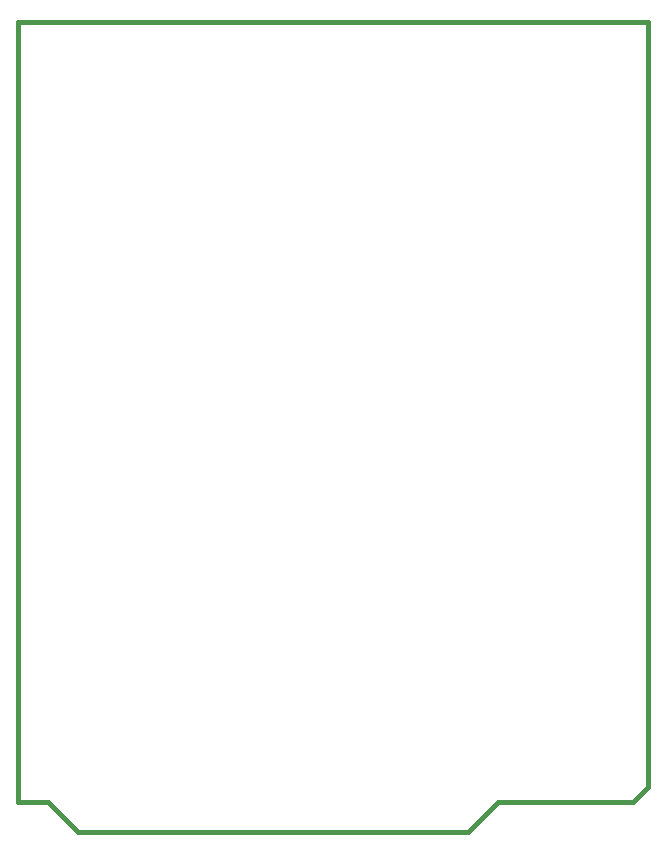
<source format=gbr>
G04 #@! TF.FileFunction,Other,Comment*
%FSLAX46Y46*%
G04 Gerber Fmt 4.6, Leading zero omitted, Abs format (unit mm)*
G04 Created by KiCad (PCBNEW 4.0.2-1.fc23-product) date Mon 23 May 2016 18:37:12 BST*
%MOMM*%
G01*
G04 APERTURE LIST*
%ADD10C,0.100000*%
%ADD11C,0.381000*%
G04 APERTURE END LIST*
D10*
D11*
X110490000Y-127000000D02*
X121920000Y-127000000D01*
X121920000Y-127000000D02*
X123190000Y-125730000D01*
X123190000Y-125730000D02*
X123190000Y-60960000D01*
X69850000Y-127000000D02*
X69850000Y-60960000D01*
X69850000Y-60960000D02*
X123190000Y-60960000D01*
X110490000Y-127000000D02*
X107950000Y-129540000D01*
X107950000Y-129540000D02*
X74930000Y-129540000D01*
X74930000Y-129540000D02*
X72390000Y-127000000D01*
X72390000Y-127000000D02*
X69850000Y-127000000D01*
M02*

</source>
